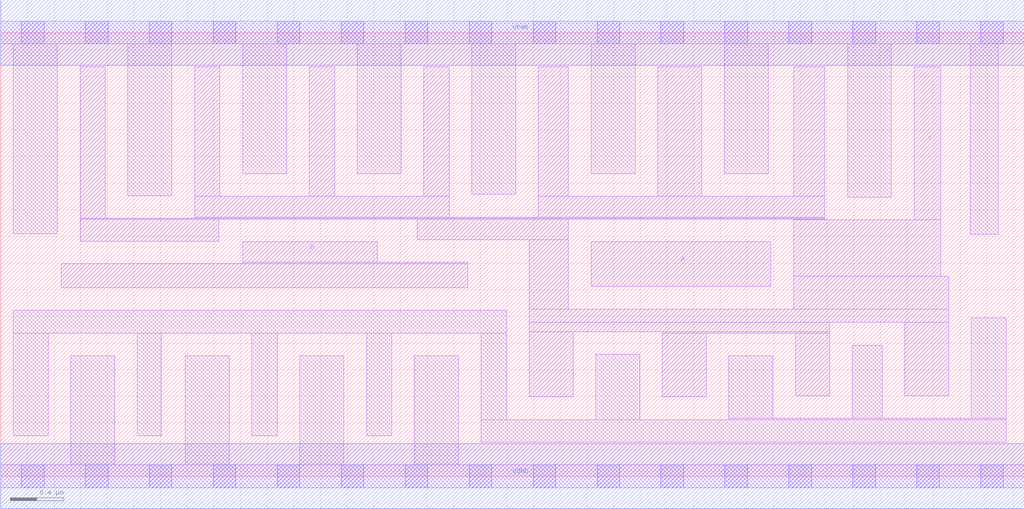
<source format=lef>
# Copyright 2020 The SkyWater PDK Authors
#
# Licensed under the Apache License, Version 2.0 (the "License");
# you may not use this file except in compliance with the License.
# You may obtain a copy of the License at
#
#     https://www.apache.org/licenses/LICENSE-2.0
#
# Unless required by applicable law or agreed to in writing, software
# distributed under the License is distributed on an "AS IS" BASIS,
# WITHOUT WARRANTIES OR CONDITIONS OF ANY KIND, either express or implied.
# See the License for the specific language governing permissions and
# limitations under the License.
#
# SPDX-License-Identifier: Apache-2.0

VERSION 5.7 ;
  NOWIREEXTENSIONATPIN ON ;
  DIVIDERCHAR "/" ;
  BUSBITCHARS "[]" ;
UNITS
  DATABASE MICRONS 200 ;
END UNITS
MACRO sky130_fd_sc_lp__nand2_8
  CLASS CORE ;
  FOREIGN sky130_fd_sc_lp__nand2_8 ;
  ORIGIN  0.000000  0.000000 ;
  SIZE  7.680000 BY  3.330000 ;
  SYMMETRY X Y R90 ;
  SITE unit ;
  PIN A
    ANTENNAGATEAREA  2.520000 ;
    DIRECTION INPUT ;
    USE SIGNAL ;
    PORT
      LAYER li1 ;
        RECT 4.430000 1.425000 5.780000 1.760000 ;
    END
  END A
  PIN B
    ANTENNAGATEAREA  2.520000 ;
    DIRECTION INPUT ;
    USE SIGNAL ;
    PORT
      LAYER li1 ;
        RECT 0.455000 1.415000 3.505000 1.595000 ;
        RECT 1.815000 1.595000 3.505000 1.605000 ;
        RECT 1.815000 1.605000 2.825000 1.760000 ;
    END
  END B
  PIN Y
    ANTENNADIFFAREA  3.973200 ;
    DIRECTION OUTPUT ;
    USE SIGNAL ;
    PORT
      LAYER li1 ;
        RECT 0.595000 1.765000 1.635000 1.930000 ;
        RECT 0.595000 1.930000 6.185000 1.935000 ;
        RECT 0.595000 1.935000 0.785000 3.075000 ;
        RECT 1.455000 1.935000 6.185000 1.945000 ;
        RECT 1.455000 1.945000 3.365000 2.100000 ;
        RECT 1.455000 2.100000 1.645000 3.075000 ;
        RECT 2.315000 2.100000 2.505000 3.075000 ;
        RECT 3.125000 1.775000 4.260000 1.930000 ;
        RECT 3.175000 2.100000 3.365000 3.075000 ;
        RECT 3.965000 0.595000 4.295000 1.085000 ;
        RECT 3.965000 1.085000 6.220000 1.155000 ;
        RECT 3.965000 1.155000 7.115000 1.255000 ;
        RECT 3.965000 1.255000 4.260000 1.775000 ;
        RECT 4.035000 1.945000 6.185000 2.100000 ;
        RECT 4.035000 2.100000 4.260000 3.075000 ;
        RECT 4.930000 2.100000 5.260000 3.075000 ;
        RECT 4.965000 0.595000 5.295000 1.075000 ;
        RECT 4.965000 1.075000 6.220000 1.085000 ;
        RECT 5.950000 1.255000 7.115000 1.500000 ;
        RECT 5.950000 1.500000 7.055000 1.925000 ;
        RECT 5.950000 1.925000 6.185000 1.930000 ;
        RECT 5.950000 2.100000 6.185000 3.075000 ;
        RECT 5.965000 0.605000 6.220000 1.075000 ;
        RECT 6.785000 0.605000 7.115000 1.155000 ;
        RECT 6.855000 1.925000 7.055000 3.075000 ;
    END
  END Y
  PIN VGND
    DIRECTION INOUT ;
    USE GROUND ;
    PORT
      LAYER met1 ;
        RECT 0.000000 -0.245000 7.680000 0.245000 ;
    END
  END VGND
  PIN VPWR
    DIRECTION INOUT ;
    USE POWER ;
    PORT
      LAYER met1 ;
        RECT 0.000000 3.085000 7.680000 3.575000 ;
    END
  END VPWR
  OBS
    LAYER li1 ;
      RECT 0.000000 -0.085000 7.680000 0.085000 ;
      RECT 0.000000  3.245000 7.680000 3.415000 ;
      RECT 0.095000  0.305000 0.355000 1.075000 ;
      RECT 0.095000  1.075000 3.795000 1.245000 ;
      RECT 0.095000  1.820000 0.425000 3.245000 ;
      RECT 0.525000  0.085000 0.855000 0.905000 ;
      RECT 0.955000  2.105000 1.285000 3.245000 ;
      RECT 1.025000  0.305000 1.205000 1.075000 ;
      RECT 1.385000  0.085000 1.715000 0.905000 ;
      RECT 1.815000  2.270000 2.145000 3.245000 ;
      RECT 1.885000  0.305000 2.075000 1.075000 ;
      RECT 2.245000  0.085000 2.575000 0.905000 ;
      RECT 2.675000  2.270000 3.005000 3.245000 ;
      RECT 2.745000  0.305000 2.935000 1.075000 ;
      RECT 3.105000  0.085000 3.435000 0.905000 ;
      RECT 3.535000  2.115000 3.865000 3.245000 ;
      RECT 3.605000  0.255000 7.545000 0.425000 ;
      RECT 3.605000  0.425000 3.795000 1.075000 ;
      RECT 4.430000  2.270000 4.760000 3.245000 ;
      RECT 4.465000  0.425000 4.795000 0.915000 ;
      RECT 5.430000  2.270000 5.760000 3.245000 ;
      RECT 5.465000  0.425000 7.545000 0.435000 ;
      RECT 5.465000  0.435000 5.795000 0.905000 ;
      RECT 6.355000  2.095000 6.685000 3.245000 ;
      RECT 6.390000  0.435000 6.615000 0.985000 ;
      RECT 7.275000  1.815000 7.485000 3.245000 ;
      RECT 7.285000  0.435000 7.545000 1.190000 ;
    LAYER mcon ;
      RECT 0.155000 -0.085000 0.325000 0.085000 ;
      RECT 0.155000  3.245000 0.325000 3.415000 ;
      RECT 0.635000 -0.085000 0.805000 0.085000 ;
      RECT 0.635000  3.245000 0.805000 3.415000 ;
      RECT 1.115000 -0.085000 1.285000 0.085000 ;
      RECT 1.115000  3.245000 1.285000 3.415000 ;
      RECT 1.595000 -0.085000 1.765000 0.085000 ;
      RECT 1.595000  3.245000 1.765000 3.415000 ;
      RECT 2.075000 -0.085000 2.245000 0.085000 ;
      RECT 2.075000  3.245000 2.245000 3.415000 ;
      RECT 2.555000 -0.085000 2.725000 0.085000 ;
      RECT 2.555000  3.245000 2.725000 3.415000 ;
      RECT 3.035000 -0.085000 3.205000 0.085000 ;
      RECT 3.035000  3.245000 3.205000 3.415000 ;
      RECT 3.515000 -0.085000 3.685000 0.085000 ;
      RECT 3.515000  3.245000 3.685000 3.415000 ;
      RECT 3.995000 -0.085000 4.165000 0.085000 ;
      RECT 3.995000  3.245000 4.165000 3.415000 ;
      RECT 4.475000 -0.085000 4.645000 0.085000 ;
      RECT 4.475000  3.245000 4.645000 3.415000 ;
      RECT 4.955000 -0.085000 5.125000 0.085000 ;
      RECT 4.955000  3.245000 5.125000 3.415000 ;
      RECT 5.435000 -0.085000 5.605000 0.085000 ;
      RECT 5.435000  3.245000 5.605000 3.415000 ;
      RECT 5.915000 -0.085000 6.085000 0.085000 ;
      RECT 5.915000  3.245000 6.085000 3.415000 ;
      RECT 6.395000 -0.085000 6.565000 0.085000 ;
      RECT 6.395000  3.245000 6.565000 3.415000 ;
      RECT 6.875000 -0.085000 7.045000 0.085000 ;
      RECT 6.875000  3.245000 7.045000 3.415000 ;
      RECT 7.355000 -0.085000 7.525000 0.085000 ;
      RECT 7.355000  3.245000 7.525000 3.415000 ;
  END
END sky130_fd_sc_lp__nand2_8
END LIBRARY

</source>
